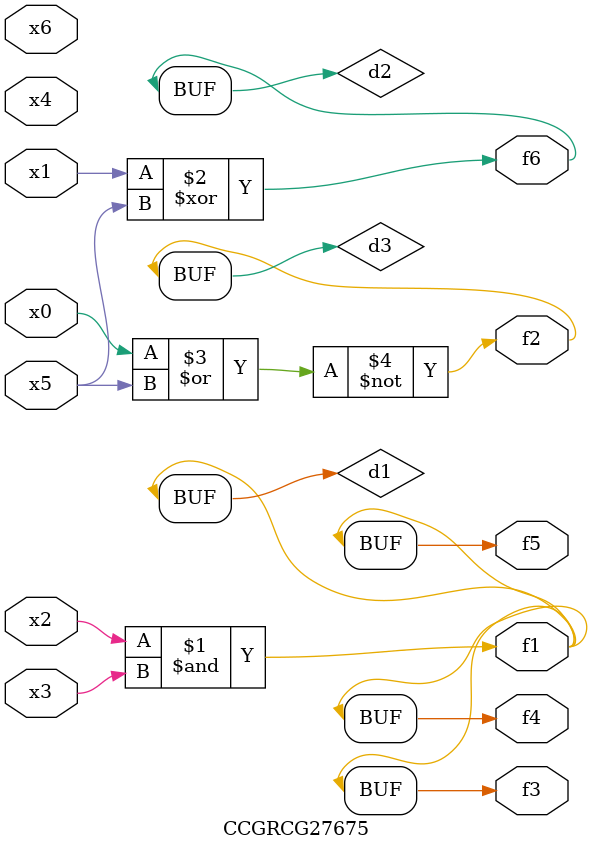
<source format=v>
module CCGRCG27675(
	input x0, x1, x2, x3, x4, x5, x6,
	output f1, f2, f3, f4, f5, f6
);

	wire d1, d2, d3;

	and (d1, x2, x3);
	xor (d2, x1, x5);
	nor (d3, x0, x5);
	assign f1 = d1;
	assign f2 = d3;
	assign f3 = d1;
	assign f4 = d1;
	assign f5 = d1;
	assign f6 = d2;
endmodule

</source>
